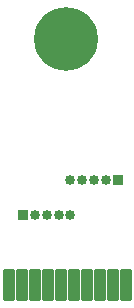
<source format=gts>
%TF.GenerationSoftware,KiCad,Pcbnew,8.0.8*%
%TF.CreationDate,2025-02-15T01:37:23-07:00*%
%TF.ProjectId,ECE Capstone PCB Design,45434520-4361-4707-9374-6f6e65205043,rev?*%
%TF.SameCoordinates,Original*%
%TF.FileFunction,Soldermask,Top*%
%TF.FilePolarity,Negative*%
%FSLAX46Y46*%
G04 Gerber Fmt 4.6, Leading zero omitted, Abs format (unit mm)*
G04 Created by KiCad (PCBNEW 8.0.8) date 2025-02-15 01:37:23*
%MOMM*%
%LPD*%
G01*
G04 APERTURE LIST*
G04 Aperture macros list*
%AMRoundRect*
0 Rectangle with rounded corners*
0 $1 Rounding radius*
0 $2 $3 $4 $5 $6 $7 $8 $9 X,Y pos of 4 corners*
0 Add a 4 corners polygon primitive as box body*
4,1,4,$2,$3,$4,$5,$6,$7,$8,$9,$2,$3,0*
0 Add four circle primitives for the rounded corners*
1,1,$1+$1,$2,$3*
1,1,$1+$1,$4,$5*
1,1,$1+$1,$6,$7*
1,1,$1+$1,$8,$9*
0 Add four rect primitives between the rounded corners*
20,1,$1+$1,$2,$3,$4,$5,0*
20,1,$1+$1,$4,$5,$6,$7,0*
20,1,$1+$1,$6,$7,$8,$9,0*
20,1,$1+$1,$8,$9,$2,$3,0*%
G04 Aperture macros list end*
%ADD10RoundRect,0.102000X-0.375000X-1.250000X0.375000X-1.250000X0.375000X1.250000X-0.375000X1.250000X0*%
%ADD11R,0.850000X0.850000*%
%ADD12O,0.850000X0.850000*%
%ADD13C,5.400000*%
G04 APERTURE END LIST*
D10*
%TO.C,REF\u002A\u002A*%
X148330000Y-147880000D03*
X149430000Y-147880000D03*
X150530000Y-147880000D03*
X151630000Y-147880000D03*
X152730000Y-147880000D03*
X153830000Y-147880000D03*
X154930000Y-147880000D03*
X156030000Y-147880000D03*
X157130000Y-147880000D03*
X158224098Y-147880000D03*
%TD*%
D11*
%TO.C,REF\u002A\u002A*%
X149550000Y-141990000D03*
D12*
X150550000Y-141990000D03*
X151550000Y-141990000D03*
X152550000Y-141990000D03*
X153550000Y-141990000D03*
%TD*%
D13*
%TO.C,*%
X153150000Y-127090000D03*
%TD*%
D11*
%TO.C,REF\u002A\u002A*%
X157550000Y-138990000D03*
D12*
X156550000Y-138990000D03*
X155550000Y-138990000D03*
X154550000Y-138990000D03*
X153550000Y-138990000D03*
%TD*%
M02*

</source>
